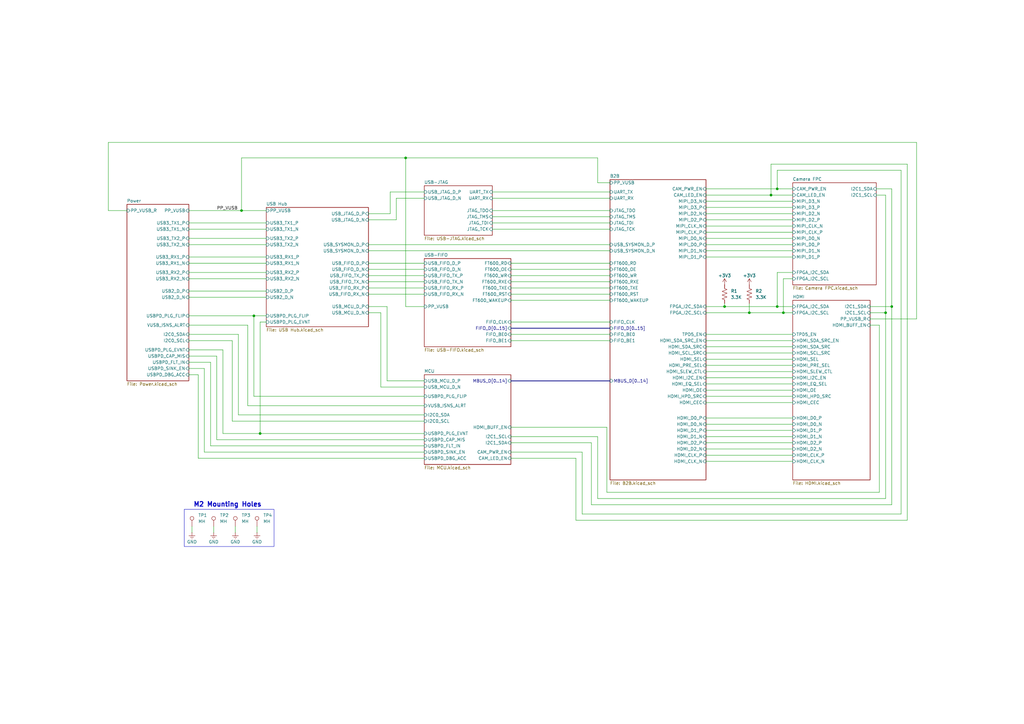
<source format=kicad_sch>
(kicad_sch (version 20231120) (generator "eeschema") (generator_version "8.0")
  (paper "A3")
  (title_block (title "Top") (date "2024-07-12") (rev "1.0") (company "Drexel University") (comment 1 "Designed by John Hofmeyr"))
  (lib_symbols
    (symbol "Connector:TestPoint" (pin_numbers hide) (pin_names (offset 0.762) hide)
      (property "Reference" "TP" (at 0 6.858 0))
      (property "Value" "TestPoint" (at 0 5.08 0))
      (symbol "TestPoint_0_1"
        (circle (center 0 3.302) (radius 0.762))
      )
      (symbol "TestPoint_1_1"
        (pin passive line (at 0 0 90) (length 2.54) (name "1") (number "1"))
      )
    )
    (symbol "Device:R_US" (pin_numbers hide) (pin_names (offset 0))
      (property "Reference" "R" (at 2.54 0 90))
      (property "Value" "R_US" (at -2.54 0 90))
      (symbol "R_US_0_1"
        (polyline (pts (xy 0 -2.286) (xy 0 -2.54)))
        (polyline (pts (xy 0 2.286) (xy 0 2.54)))
        (polyline (pts (xy 0 -0.762) (xy 1.016 -1.143) (xy 0 -1.524) (xy -1.016 -1.905) (xy 0 -2.286)))
        (polyline (pts (xy 0 0.762) (xy 1.016 0.381) (xy 0 0) (xy -1.016 -0.381) (xy 0 -0.762)))
        (polyline (pts (xy 0 2.286) (xy 1.016 1.905) (xy 0 1.524) (xy -1.016 1.143) (xy 0 0.762)))
      )
      (symbol "R_US_1_1"
        (pin passive line (at 0 3.81 270) (length 1.27) (name "~") (number "1"))
        (pin passive line (at 0 -3.81 90) (length 1.27) (name "~") (number "2"))
      )
    )
    (symbol "power:+3V3" (power) (pin_numbers hide) (pin_names (offset 0) hide)
      (property "Value" "+3V3" (at 0 3.556 0))
      (symbol "+3V3_0_1"
        (polyline (pts (xy -0.762 1.27) (xy 0 2.54)))
        (polyline (pts (xy 0 0) (xy 0 2.54)))
        (polyline (pts (xy 0 2.54) (xy 0.762 1.27)))
      )
      (symbol "+3V3_1_1"
        (pin power_in line (at 0 0 90) (length 0) (name "~") (number "1"))
      )
    )
    (symbol "power:GND" (power) (pin_numbers hide) (pin_names (offset 0) hide)
      (property "Value" "GND" (at 0 -3.81 0))
      (symbol "GND_0_1"
        (polyline (pts (xy -0.635 -1.905) (xy 0.635 -1.905)))
        (polyline (pts (xy -0.127 -2.54) (xy 0.127 -2.54)))
        (polyline (pts (xy 0 -1.27) (xy 0 0)))
        (polyline (pts (xy 1.27 -1.27) (xy -1.27 -1.27)))
      )
      (symbol "GND_1_1"
        (pin power_in line (at 0 0 270) (length 0) (name "~") (number "1"))
      )
    )
  )
  (junction (at 318.77 125.73))
  (junction (at 321.31 128.27))
  (junction (at 106.68 177.8))
  (junction (at 318.77 77.47))
  (junction (at 307.34 128.27))
  (junction (at 297.18 125.73))
  (junction (at 365.76 125.73))
  (junction (at 99.06 86.36))
  (junction (at 316.23 80.01))
  (junction (at 363.22 128.27))
  (junction (at 166.37 64.77))
  (junction (at 104.14 129.54))
  (wire (pts (xy 307.34 124.46) (xy 307.34 128.27)))
  (wire (pts (xy 209.55 107.95) (xy 250.19 107.95)))
  (wire (pts (xy 248.92 201.93) (xy 248.92 175.26)))
  (wire (pts (xy 209.55 118.11) (xy 250.19 118.11)))
  (wire (pts (xy 173.99 170.18) (xy 97.79 170.18)))
  (wire (pts (xy 297.18 125.73) (xy 318.77 125.73)))
  (wire (pts (xy 248.92 175.26) (xy 209.55 175.26)))
  (wire (pts (xy 307.34 128.27) (xy 321.31 128.27)))
  (wire (pts (xy 289.56 90.17) (xy 325.12 90.17)))
  (wire (pts (xy 77.47 91.44) (xy 109.22 91.44)))
  (wire (pts (xy 77.47 151.13) (xy 83.82 151.13)))
  (wire (pts (xy 365.76 77.47) (xy 359.41 77.47)))
  (wire (pts (xy 88.9 180.34) (xy 173.99 180.34)))
  (wire (pts (xy 289.56 80.01) (xy 316.23 80.01)))
  (wire (pts (xy 297.18 124.46) (xy 297.18 125.73)))
  (wire (pts (xy 289.56 144.78) (xy 325.12 144.78)))
  (wire (pts (xy 360.68 201.93) (xy 248.92 201.93)))
  (wire (pts (xy 289.56 97.79) (xy 325.12 97.79)))
  (wire (pts (xy 360.68 133.35) (xy 360.68 201.93)))
  (wire (pts (xy 81.28 187.96) (xy 173.99 187.96)))
  (wire (pts (xy 363.22 80.01) (xy 363.22 128.27)))
  (wire (pts (xy 289.56 125.73) (xy 297.18 125.73)))
  (wire (pts (xy 91.44 143.51) (xy 77.47 143.51)))
  (wire (pts (xy 151.13 128.27) (xy 156.21 128.27)))
  (wire (pts (xy 236.22 213.36) (xy 372.11 213.36)))
  (wire (pts (xy 77.47 107.95) (xy 109.22 107.95)))
  (wire (pts (xy 77.47 86.36) (xy 99.06 86.36)))
  (wire (pts (xy 289.56 165.1) (xy 325.12 165.1)))
  (wire (pts (xy 316.23 67.31) (xy 316.23 80.01)))
  (wire (pts (xy 97.79 137.16) (xy 77.47 137.16)))
  (wire (pts (xy 289.56 142.24) (xy 325.12 142.24)))
  (wire (pts (xy 151.13 90.17) (xy 162.56 90.17)))
  (wire (pts (xy 173.99 166.37) (xy 101.6 166.37)))
  (wire (pts (xy 289.56 181.61) (xy 325.12 181.61)))
  (wire (pts (xy 201.93 81.28) (xy 250.19 81.28)))
  (wire (pts (xy 289.56 100.33) (xy 325.12 100.33)))
  (wire (pts (xy 95.25 139.7) (xy 77.47 139.7)))
  (wire (pts (xy 289.56 186.69) (xy 325.12 186.69)))
  (wire (pts (xy 77.47 129.54) (xy 104.14 129.54)))
  (wire (pts (xy 151.13 102.87) (xy 250.19 102.87)))
  (wire (pts (xy 289.56 137.16) (xy 325.12 137.16)))
  (wire (pts (xy 201.93 88.9) (xy 250.19 88.9)))
  (wire (pts (xy 372.11 67.31) (xy 316.23 67.31)))
  (bus (pts (xy 209.55 156.21) (xy 250.19 156.21)))
  (wire (pts (xy 99.06 64.77) (xy 99.06 86.36)))
  (wire (pts (xy 151.13 107.95) (xy 173.99 107.95)))
  (wire (pts (xy 109.22 132.08) (xy 106.68 132.08)))
  (wire (pts (xy 166.37 64.77) (xy 99.06 64.77)))
  (wire (pts (xy 209.55 187.96) (xy 236.22 187.96)))
  (wire (pts (xy 289.56 162.56) (xy 325.12 162.56)))
  (wire (pts (xy 151.13 87.63) (xy 160.02 87.63)))
  (wire (pts (xy 375.92 58.42) (xy 375.92 130.81)))
  (wire (pts (xy 77.47 153.67) (xy 81.28 153.67)))
  (wire (pts (xy 101.6 133.35) (xy 77.47 133.35)))
  (wire (pts (xy 77.47 114.3) (xy 109.22 114.3)))
  (wire (pts (xy 156.21 158.75) (xy 173.99 158.75)))
  (wire (pts (xy 289.56 102.87) (xy 325.12 102.87)))
  (wire (pts (xy 325.12 111.76) (xy 318.77 111.76)))
  (wire (pts (xy 77.47 97.79) (xy 109.22 97.79)))
  (wire (pts (xy 77.47 100.33) (xy 109.22 100.33)))
  (wire (pts (xy 242.57 207.01) (xy 365.76 207.01)))
  (wire (pts (xy 96.52 215.9) (xy 96.52 218.44)))
  (wire (pts (xy 77.47 148.59) (xy 86.36 148.59)))
  (wire (pts (xy 77.47 105.41) (xy 109.22 105.41)))
  (wire (pts (xy 289.56 160.02) (xy 325.12 160.02)))
  (wire (pts (xy 289.56 173.99) (xy 325.12 173.99)))
  (wire (pts (xy 356.87 128.27) (xy 363.22 128.27)))
  (wire (pts (xy 209.55 113.03) (xy 250.19 113.03)))
  (wire (pts (xy 173.99 177.8) (xy 106.68 177.8)))
  (wire (pts (xy 375.92 58.42) (xy 44.45 58.42)))
  (wire (pts (xy 77.47 121.92) (xy 109.22 121.92)))
  (wire (pts (xy 88.9 146.05) (xy 88.9 180.34)))
  (wire (pts (xy 86.36 182.88) (xy 173.99 182.88)))
  (wire (pts (xy 289.56 154.94) (xy 325.12 154.94)))
  (wire (pts (xy 238.76 185.42) (xy 238.76 210.82)))
  (wire (pts (xy 91.44 177.8) (xy 91.44 143.51)))
  (wire (pts (xy 151.13 118.11) (xy 173.99 118.11)))
  (wire (pts (xy 106.68 132.08) (xy 106.68 177.8)))
  (wire (pts (xy 318.77 77.47) (xy 325.12 77.47)))
  (wire (pts (xy 162.56 90.17) (xy 162.56 81.28)))
  (wire (pts (xy 151.13 100.33) (xy 250.19 100.33)))
  (wire (pts (xy 289.56 82.55) (xy 325.12 82.55)))
  (bus (pts (xy 209.55 134.62) (xy 250.19 134.62)))
  (wire (pts (xy 99.06 86.36) (xy 109.22 86.36)))
  (wire (pts (xy 209.55 181.61) (xy 242.57 181.61)))
  (wire (pts (xy 201.93 78.74) (xy 250.19 78.74)))
  (wire (pts (xy 162.56 81.28) (xy 173.99 81.28)))
  (wire (pts (xy 81.28 153.67) (xy 81.28 187.96)))
  (wire (pts (xy 209.55 137.16) (xy 250.19 137.16)))
  (wire (pts (xy 104.14 129.54) (xy 109.22 129.54)))
  (wire (pts (xy 105.41 215.9) (xy 105.41 218.44)))
  (wire (pts (xy 209.55 120.65) (xy 250.19 120.65)))
  (wire (pts (xy 365.76 125.73) (xy 365.76 77.47)))
  (wire (pts (xy 201.93 91.44) (xy 250.19 91.44)))
  (wire (pts (xy 209.55 132.08) (xy 250.19 132.08)))
  (wire (pts (xy 289.56 95.25) (xy 325.12 95.25)))
  (wire (pts (xy 321.31 128.27) (xy 325.12 128.27)))
  (wire (pts (xy 91.44 177.8) (xy 106.68 177.8)))
  (wire (pts (xy 250.19 74.93) (xy 245.11 74.93)))
  (wire (pts (xy 158.75 125.73) (xy 158.75 156.21)))
  (wire (pts (xy 356.87 130.81) (xy 375.92 130.81)))
  (wire (pts (xy 160.02 87.63) (xy 160.02 78.74)))
  (wire (pts (xy 236.22 187.96) (xy 236.22 213.36)))
  (wire (pts (xy 356.87 125.73) (xy 365.76 125.73)))
  (wire (pts (xy 173.99 162.56) (xy 104.14 162.56)))
  (wire (pts (xy 95.25 172.72) (xy 95.25 139.7)))
  (wire (pts (xy 289.56 157.48) (xy 325.12 157.48)))
  (wire (pts (xy 238.76 210.82) (xy 369.57 210.82)))
  (wire (pts (xy 289.56 176.53) (xy 325.12 176.53)))
  (wire (pts (xy 369.57 210.82) (xy 369.57 69.85)))
  (wire (pts (xy 289.56 128.27) (xy 307.34 128.27)))
  (wire (pts (xy 289.56 179.07) (xy 325.12 179.07)))
  (wire (pts (xy 201.93 93.98) (xy 250.19 93.98)))
  (wire (pts (xy 318.77 125.73) (xy 325.12 125.73)))
  (wire (pts (xy 151.13 110.49) (xy 173.99 110.49)))
  (wire (pts (xy 289.56 105.41) (xy 325.12 105.41)))
  (wire (pts (xy 78.74 215.9) (xy 78.74 218.44)))
  (wire (pts (xy 87.63 215.9) (xy 87.63 218.44)))
  (wire (pts (xy 77.47 93.98) (xy 109.22 93.98)))
  (wire (pts (xy 151.13 113.03) (xy 173.99 113.03)))
  (wire (pts (xy 318.77 111.76) (xy 318.77 125.73)))
  (wire (pts (xy 289.56 85.09) (xy 325.12 85.09)))
  (wire (pts (xy 209.55 185.42) (xy 238.76 185.42)))
  (wire (pts (xy 209.55 179.07) (xy 245.11 179.07)))
  (wire (pts (xy 289.56 139.7) (xy 325.12 139.7)))
  (wire (pts (xy 369.57 69.85) (xy 318.77 69.85)))
  (wire (pts (xy 209.55 110.49) (xy 250.19 110.49)))
  (wire (pts (xy 359.41 80.01) (xy 363.22 80.01)))
  (wire (pts (xy 77.47 146.05) (xy 88.9 146.05)))
  (wire (pts (xy 101.6 166.37) (xy 101.6 133.35)))
  (wire (pts (xy 209.55 115.57) (xy 250.19 115.57)))
  (wire (pts (xy 209.55 123.19) (xy 250.19 123.19)))
  (wire (pts (xy 158.75 156.21) (xy 173.99 156.21)))
  (wire (pts (xy 363.22 204.47) (xy 245.11 204.47)))
  (wire (pts (xy 160.02 78.74) (xy 173.99 78.74)))
  (wire (pts (xy 289.56 77.47) (xy 318.77 77.47)))
  (wire (pts (xy 321.31 114.3) (xy 321.31 128.27)))
  (wire (pts (xy 365.76 207.01) (xy 365.76 125.73)))
  (wire (pts (xy 289.56 147.32) (xy 325.12 147.32)))
  (wire (pts (xy 209.55 139.7) (xy 250.19 139.7)))
  (wire (pts (xy 363.22 128.27) (xy 363.22 204.47)))
  (wire (pts (xy 289.56 184.15) (xy 325.12 184.15)))
  (wire (pts (xy 86.36 148.59) (xy 86.36 182.88)))
  (wire (pts (xy 245.11 64.77) (xy 166.37 64.77)))
  (wire (pts (xy 173.99 125.73) (xy 166.37 125.73)))
  (wire (pts (xy 44.45 86.36) (xy 52.07 86.36)))
  (wire (pts (xy 166.37 64.77) (xy 166.37 125.73)))
  (wire (pts (xy 289.56 149.86) (xy 325.12 149.86)))
  (wire (pts (xy 44.45 58.42) (xy 44.45 86.36)))
  (wire (pts (xy 289.56 92.71) (xy 325.12 92.71)))
  (wire (pts (xy 318.77 69.85) (xy 318.77 77.47)))
  (wire (pts (xy 325.12 114.3) (xy 321.31 114.3)))
  (wire (pts (xy 151.13 125.73) (xy 158.75 125.73)))
  (wire (pts (xy 83.82 151.13) (xy 83.82 185.42)))
  (wire (pts (xy 245.11 64.77) (xy 245.11 74.93)))
  (wire (pts (xy 289.56 189.23) (xy 325.12 189.23)))
  (wire (pts (xy 201.93 86.36) (xy 250.19 86.36)))
  (wire (pts (xy 83.82 185.42) (xy 173.99 185.42)))
  (wire (pts (xy 316.23 80.01) (xy 325.12 80.01)))
  (wire (pts (xy 104.14 162.56) (xy 104.14 129.54)))
  (wire (pts (xy 173.99 172.72) (xy 95.25 172.72)))
  (wire (pts (xy 289.56 171.45) (xy 325.12 171.45)))
  (wire (pts (xy 372.11 213.36) (xy 372.11 67.31)))
  (wire (pts (xy 151.13 115.57) (xy 173.99 115.57)))
  (wire (pts (xy 289.56 87.63) (xy 325.12 87.63)))
  (wire (pts (xy 77.47 119.38) (xy 109.22 119.38)))
  (wire (pts (xy 156.21 128.27) (xy 156.21 158.75)))
  (wire (pts (xy 151.13 120.65) (xy 173.99 120.65)))
  (wire (pts (xy 77.47 111.76) (xy 109.22 111.76)))
  (wire (pts (xy 245.11 204.47) (xy 245.11 179.07)))
  (wire (pts (xy 356.87 133.35) (xy 360.68 133.35)))
  (wire (pts (xy 242.57 181.61) (xy 242.57 207.01)))
  (wire (pts (xy 97.79 170.18) (xy 97.79 137.16)))
  (wire (pts (xy 289.56 152.4) (xy 325.12 152.4)))
  (rectangle (start 75.565 208.915) (end 112.395 224.155))
  (text "M2 Mounting Holes" (at 93.345 207.01 0) (effects (font (size 1.905 1.905) (thickness 0.381) (bold yes))))
  (label "PP_VUSB" (at 88.9 86.36 0))
  (symbol (lib_id "Connector:TestPoint") (at 87.63 215.9 0) (unit 1)
    (property "Reference" "TP2" (at 90.17 211.3279 0) (effects (justify left)))
    (property "Value" "MH" (at 90.17 213.8679 0) (effects (justify left)))
    (property "Footprint" "MountingHole:MountingHole_2.2mm_M2_Pad_Via" (effects (hide yes)))
    (property "Description" "test point" (effects (hide yes)))
  )
  (symbol (lib_id "power:+3V3") (at 297.18 116.84 0) (unit 1)
    (property "Reference" "#PWR01" (effects (hide yes)))
    (property "Value" "+3V3" (at 297.18 113.03 0))
    (property "Description" "Power symbol creates a global label with name \"+3V3\"" (effects (hide yes)))
  )
  (symbol (lib_id "Connector:TestPoint") (at 78.74 215.9 0) (unit 1)
    (property "Reference" "TP1" (at 81.28 211.3279 0) (effects (justify left)))
    (property "Value" "MH" (at 81.28 213.8679 0) (effects (justify left)))
    (property "Footprint" "MountingHole:MountingHole_2.2mm_M2_Pad_Via" (effects (hide yes)))
    (property "Description" "test point" (effects (hide yes)))
  )
  (symbol (lib_id "power:GND") (at 105.41 218.44 0) (unit 1)
    (property "Reference" "#PWR06" (effects (hide yes)))
    (property "Value" "GND" (at 105.41 222.25 0))
    (property "Description" "Power symbol creates a global label with name \"GND\" , ground" (effects (hide yes)))
  )
  (symbol (lib_id "Device:R_US") (at 307.34 120.65 180) (unit 1)
    (property "Reference" "R2" (at 309.88 119.3799 0) (effects (justify right)))
    (property "Value" "3.3K" (at 309.88 121.9199 0) (effects (justify right)))
    (property "Footprint" "Resistor_SMD:R_0201_0603Metric" (effects (hide yes)))
    (property "Description" "Resistor, US symbol" (effects (hide yes)))
  )
  (symbol (lib_id "power:+3V3") (at 307.34 116.84 0) (unit 1)
    (property "Reference" "#PWR02" (effects (hide yes)))
    (property "Value" "+3V3" (at 307.34 113.03 0))
    (property "Description" "Power symbol creates a global label with name \"+3V3\"" (effects (hide yes)))
  )
  (symbol (lib_id "Connector:TestPoint") (at 105.41 215.9 0) (unit 1)
    (property "Reference" "TP4" (at 107.95 211.3279 0) (effects (justify left)))
    (property "Value" "MH" (at 107.95 213.8679 0) (effects (justify left)))
    (property "Footprint" "MountingHole:MountingHole_2.2mm_M2_Pad_Via" (effects (hide yes)))
    (property "Description" "test point" (effects (hide yes)))
  )
  (symbol (lib_id "power:GND") (at 87.63 218.44 0) (unit 1)
    (property "Reference" "#PWR04" (effects (hide yes)))
    (property "Value" "GND" (at 87.63 222.25 0))
    (property "Description" "Power symbol creates a global label with name \"GND\" , ground" (effects (hide yes)))
  )
  (symbol (lib_id "Connector:TestPoint") (at 96.52 215.9 0) (unit 1)
    (property "Reference" "TP3" (at 99.06 211.3279 0) (effects (justify left)))
    (property "Value" "MH" (at 99.06 213.8679 0) (effects (justify left)))
    (property "Footprint" "MountingHole:MountingHole_2.2mm_M2_Pad_Via" (effects (hide yes)))
    (property "Description" "test point" (effects (hide yes)))
  )
  (symbol (lib_id "power:GND") (at 96.52 218.44 0) (unit 1)
    (property "Reference" "#PWR05" (effects (hide yes)))
    (property "Value" "GND" (at 96.52 222.25 0))
    (property "Description" "Power symbol creates a global label with name \"GND\" , ground" (effects (hide yes)))
  )
  (symbol (lib_id "Device:R_US") (at 297.18 120.65 180) (unit 1)
    (property "Reference" "R1" (at 299.72 119.3799 0) (effects (justify right)))
    (property "Value" "3.3K" (at 299.72 121.9199 0) (effects (justify right)))
    (property "Footprint" "Resistor_SMD:R_0201_0603Metric" (effects (hide yes)))
    (property "Description" "Resistor, US symbol" (effects (hide yes)))
  )
  (symbol (lib_id "power:GND") (at 78.74 218.44 0) (unit 1)
    (property "Reference" "#PWR03" (effects (hide yes)))
    (property "Value" "GND" (at 78.74 222.25 0))
    (property "Description" "Power symbol creates a global label with name \"GND\" , ground" (effects (hide yes)))
  )
  (sheet (at 173.99 106.045) (size 35.56 36.195) (stroke (width 0.1524))
    (property "Sheetname" "USB-FIFO" (at 173.99 105.3334 0) (effects (justify left bottom)))
    (property "Sheetfile" "USB-FIFO.kicad_sch" (at 173.99 142.8246 0) (effects (justify left top)))
    (pin "FIFO_BE0" input (at 209.55 137.16 0))
    (pin "FIFO_BE1" input (at 209.55 139.7 0))
    (pin "USB_FIFO_RX_P" input (at 173.99 118.11 180))
    (pin "USB_FIFO_RX_N" input (at 173.99 120.65 180))
    (pin "USB_FIFO_TX_P" input (at 173.99 113.03 180))
    (pin "USB_FIFO_TX_N" input (at 173.99 115.57 180))
    (pin "USB_FIFO_D_P" input (at 173.99 107.95 180))
    (pin "USB_FIFO_D_N" input (at 173.99 110.49 180))
    (pin "FT600_RD" input (at 209.55 107.95 0))
    (pin "FT600_OE" input (at 209.55 110.49 0))
    (pin "FT600_WR" input (at 209.55 113.03 0))
    (pin "FT600_RXE" input (at 209.55 115.57 0))
    (pin "FIFO_D[0..15]" input (at 209.55 134.62 0))
    (pin "FIFO_CLK" input (at 209.55 132.08 0))
    (pin "FT600_TXE" input (at 209.55 118.11 0))
    (pin "PP_VUSB" input (at 173.99 125.73 180))
    (pin "FT600_RST" input (at 209.55 120.65 0))
    (pin "FT600_WAKEUP" input (at 209.55 123.19 0))
  )
  (sheet (at 250.19 73.66) (size 39.37 123.19) (stroke (width 0.1524))
    (property "Sheetname" "B2B" (at 250.19 72.9484 0) (effects (justify left bottom)))
    (property "Sheetfile" "B2B.kicad_sch" (at 250.19 197.4346 0) (effects (justify left top)))
    (pin "HDMI_CLK_N" input (at 289.56 189.23 0))
    (pin "HDMI_D2_P" input (at 289.56 181.61 0))
    (pin "HDMI_D2_N" input (at 289.56 184.15 0))
    (pin "HDMI_D0_N" input (at 289.56 173.99 0))
    (pin "HDMI_D1_P" input (at 289.56 176.53 0))
    (pin "HDMI_D1_N" input (at 289.56 179.07 0))
    (pin "HDMI_D0_P" input (at 289.56 171.45 0))
    (pin "HDMI_CLK_P" input (at 289.56 186.69 0))
    (pin "FPGA_I2C_SCL" input (at 289.56 128.27 0))
    (pin "FPGA_I2C_SDA" input (at 289.56 125.73 0))
    (pin "HDMI_SDA_SRC" input (at 289.56 142.24 0))
    (pin "HDMI_SCL_SRC" input (at 289.56 144.78 0))
    (pin "USB_SYSMON_D_N" input (at 250.19 102.87 180))
    (pin "USB_SYSMON_D_P" input (at 250.19 100.33 180))
    (pin "FIFO_BE0" input (at 250.19 137.16 180))
    (pin "FIFO_BE1" input (at 250.19 139.7 180))
    (pin "FT600_RST" input (at 250.19 120.65 180))
    (pin "FT600_RD" input (at 250.19 107.95 180))
    (pin "FT600_TXE" input (at 250.19 118.11 180))
    (pin "FT600_WR" input (at 250.19 113.03 180))
    (pin "FT600_RXE" input (at 250.19 115.57 180))
    (pin "FT600_OE" input (at 250.19 110.49 180))
    (pin "UART_RX" input (at 250.19 81.28 180))
    (pin "JTAG_TDO" input (at 250.19 86.36 180))
    (pin "UART_TX" input (at 250.19 78.74 180))
    (pin "JTAG_TDI" input (at 250.19 91.44 180))
    (pin "JTAG_TCK" input (at 250.19 93.98 180))
    (pin "PP_VUSB" input (at 250.19 74.93 180))
    (pin "JTAG_TMS" input (at 250.19 88.9 180))
    (pin "HDMI_SEL" input (at 289.56 147.32 0))
    (pin "FT600_WAKEUP" input (at 250.19 123.19 180))
    (pin "HDMI_EQ_SEL" input (at 289.56 157.48 0))
    (pin "HDMI_PRE_SEL" input (at 289.56 149.86 0))
    (pin "HDMI_I2C_EN" input (at 289.56 154.94 0))
    (pin "HDMI_SLEW_CTL" input (at 289.56 152.4 0))
    (pin "HDMI_HPD_SRC" input (at 289.56 162.56 0))
    (pin "HDMI_OE" input (at 289.56 160.02 0))
    (pin "HDMI_CEC" input (at 289.56 165.1 0))
    (pin "FIFO_CLK" input (at 250.19 132.08 180))
    (pin "FIFO_D[0..15]" input (at 250.19 134.62 180))
    (pin "MIPI_D2_P" input (at 289.56 90.17 0))
    (pin "MIPI_D2_N" input (at 289.56 87.63 0))
    (pin "MIPI_D3_P" input (at 289.56 85.09 0))
    (pin "CAM_LED_EN" input (at 289.56 80.01 0))
    (pin "MIPI_D3_N" input (at 289.56 82.55 0))
    (pin "CAM_PWR_EN" input (at 289.56 77.47 0))
    (pin "MIPI_D1_P" input (at 289.56 105.41 0))
    (pin "MIPI_CLK_P" input (at 289.56 95.25 0))
    (pin "MIPI_D0_N" input (at 289.56 97.79 0))
    (pin "MIPI_D0_P" input (at 289.56 100.33 0))
    (pin "MIPI_CLK_N" input (at 289.56 92.71 0))
    (pin "MIPI_D1_N" input (at 289.56 102.87 0))
    (pin "MBUS_D[0..14]" input (at 250.19 156.21 180))
    (pin "HDMI_SDA_SRC_EN" input (at 289.56 139.7 0))
    (pin "TPD5_EN" input (at 289.56 137.16 0))
  )
  (sheet (at 109.22 85.09) (size 41.91 48.895) (stroke (width 0.1524))
    (property "Sheetname" "USB Hub" (at 109.22 84.3784 0) (effects (justify left bottom)))
    (property "Sheetfile" "USB Hub.kicad_sch" (at 109.22 134.5696 0) (effects (justify left top)))
    (pin "USB_JTAG_D_N" input (at 151.13 90.17 0))
    (pin "USB_MCU_D_P" input (at 151.13 125.73 0))
    (pin "USB_MCU_D_N" input (at 151.13 128.27 0))
    (pin "USB_FIFO_TX_N" input (at 151.13 115.57 0))
    (pin "USB_FIFO_TX_P" input (at 151.13 113.03 0))
    (pin "USB_FIFO_RX_N" input (at 151.13 120.65 0))
    (pin "USB_FIFO_RX_P" input (at 151.13 118.11 0))
    (pin "USB_SYSMON_D_P" input (at 151.13 100.33 0))
    (pin "USB_JTAG_D_P" input (at 151.13 87.63 0))
    (pin "USB_FIFO_D_P" input (at 151.13 107.95 0))
    (pin "USB_SYSMON_D_N" input (at 151.13 102.87 0))
    (pin "USB_FIFO_D_N" input (at 151.13 110.49 0))
    (pin "USB2_D_P" input (at 109.22 119.38 180))
    (pin "USB3_RX1_N" input (at 109.22 107.95 180))
    (pin "USB2_D_N" input (at 109.22 121.92 180))
    (pin "USB3_RX2_P" input (at 109.22 111.76 180))
    (pin "USB3_RX1_P" input (at 109.22 105.41 180))
    (pin "USB3_RX2_N" input (at 109.22 114.3 180))
    (pin "USB3_TX1_N" input (at 109.22 93.98 180))
    (pin "USB3_TX2_P" input (at 109.22 97.79 180))
    (pin "USB3_TX1_P" input (at 109.22 91.44 180))
    (pin "USB3_TX2_N" input (at 109.22 100.33 180))
    (pin "USBPD_PLG_FLIP" input (at 109.22 129.54 180))
    (pin "PP_VUSB" input (at 109.22 86.36 180))
    (pin "USBPD_PLG_EVNT" input (at 109.22 132.08 180))
  )
  (sheet (at 325.12 123.19) (size 31.75 73.66) (stroke (width 0.1524))
    (property "Sheetname" "HDMI" (at 325.12 122.4784 0) (effects (justify left bottom)))
    (property "Sheetfile" "HDMI.kicad_sch" (at 325.12 197.4346 0) (effects (justify left top)))
    (pin "I2C1_SDA" input (at 356.87 125.73 0))
    (pin "I2C1_SCL" input (at 356.87 128.27 0))
    (pin "FPGA_I2C_SDA" input (at 325.12 125.73 180))
    (pin "FPGA_I2C_SCL" input (at 325.12 128.27 180))
    (pin "HDMI_CLK_N" input (at 325.12 189.23 180))
    (pin "HDMI_CLK_P" input (at 325.12 186.69 180))
    (pin "HDMI_D1_P" input (at 325.12 176.53 180))
    (pin "HDMI_D0_N" input (at 325.12 173.99 180))
    (pin "HDMI_D1_N" input (at 325.12 179.07 180))
    (pin "HDMI_D0_P" input (at 325.12 171.45 180))
    (pin "HDMI_D2_N" input (at 325.12 184.15 180))
    (pin "HDMI_D2_P" input (at 325.12 181.61 180))
    (pin "HDMI_BUFF_EN" input (at 356.87 133.35 0))
    (pin "HDMI_SDA_SRC_EN" input (at 325.12 139.7 180))
    (pin "HDMI_SDA_SRC" input (at 325.12 142.24 180))
    (pin "HDMI_SCL_SRC" input (at 325.12 144.78 180))
    (pin "HDMI_SEL" input (at 325.12 147.32 180))
    (pin "HDMI_PRE_SEL" input (at 325.12 149.86 180))
    (pin "HDMI_SLEW_CTL" input (at 325.12 152.4 180))
    (pin "HDMI_I2C_EN" input (at 325.12 154.94 180))
    (pin "HDMI_EQ_SEL" input (at 325.12 157.48 180))
    (pin "HDMI_OE" input (at 325.12 160.02 180))
    (pin "HDMI_HPD_SRC" input (at 325.12 162.56 180))
    (pin "HDMI_CEC" input (at 325.12 165.1 180))
    (pin "TPD5_EN" input (at 325.12 137.16 180))
    (pin "PP_VUSB_R" input (at 356.87 130.81 0))
  )
  (sheet (at 325.12 74.93) (size 34.29 41.91) (stroke (width 0.1524))
    (property "Sheetname" "Camera FPC" (at 325.12 74.2184 0) (effects (justify left bottom)))
    (property "Sheetfile" "Camera FPC.kicad_sch" (at 325.12 117.4246 0) (effects (justify left top)))
    (pin "CAM_PWR_EN" input (at 325.12 77.47 180))
    (pin "CAM_LED_EN" input (at 325.12 80.01 180))
    (pin "I2C1_SDA" input (at 359.41 77.47 0))
    (pin "I2C1_SCL" input (at 359.41 80.01 0))
    (pin "FPGA_I2C_SDA" input (at 325.12 111.76 180))
    (pin "FPGA_I2C_SCL" input (at 325.12 114.3 180))
    (pin "MIPI_D3_N" input (at 325.12 82.55 180))
    (pin "MIPI_D2_P" input (at 325.12 90.17 180))
    (pin "MIPI_D2_N" input (at 325.12 87.63 180))
    (pin "MIPI_D3_P" input (at 325.12 85.09 180))
    (pin "MIPI_D0_P" input (at 325.12 100.33 180))
    (pin "MIPI_CLK_N" input (at 325.12 92.71 180))
    (pin "MIPI_D0_N" input (at 325.12 97.79 180))
    (pin "MIPI_D1_N" input (at 325.12 102.87 180))
    (pin "MIPI_D1_P" input (at 325.12 105.41 180))
    (pin "MIPI_CLK_P" input (at 325.12 95.25 180))
  )
  (sheet (at 52.07 83.82) (size 25.4 72.39) (stroke (width 0.1524))
    (property "Sheetname" "Power" (at 52.07 83.1084 0) (effects (justify left bottom)))
    (property "Sheetfile" "Power.kicad_sch" (at 52.07 156.7946 0) (effects (justify left top)))
    (pin "VUSB_ISNS_ALRT" input (at 77.47 133.35 0))
    (pin "PP_VUSB" input (at 77.47 86.36 0))
    (pin "USBPD_CAP_MIS" input (at 77.47 146.05 0))
    (pin "USBPD_FLT_IN" input (at 77.47 148.59 0))
    (pin "USBPD_SINK_EN" input (at 77.47 151.13 0))
    (pin "USBPD_DBG_ACC" input (at 77.47 153.67 0))
    (pin "USBPD_PLG_EVNT" input (at 77.47 143.51 0))
    (pin "USB3_TX1_N" input (at 77.47 93.98 0))
    (pin "USBPD_PLG_FLIP" input (at 77.47 129.54 0))
    (pin "USB3_TX2_N" input (at 77.47 100.33 0))
    (pin "USB3_TX2_P" input (at 77.47 97.79 0))
    (pin "USB3_RX1_N" input (at 77.47 107.95 0))
    (pin "USB2_D_N" input (at 77.47 121.92 0))
    (pin "I2C0_SCL" input (at 77.47 139.7 0))
    (pin "USB3_RX1_P" input (at 77.47 105.41 0))
    (pin "USB2_D_P" input (at 77.47 119.38 0))
    (pin "I2C0_SDA" input (at 77.47 137.16 0))
    (pin "USB3_RX2_P" input (at 77.47 111.76 0))
    (pin "USB3_RX2_N" input (at 77.47 114.3 0))
    (pin "USB3_TX1_P" input (at 77.47 91.44 0))
    (pin "PP_VUSB_R" input (at 52.07 86.36 180))
  )
  (sheet (at 173.99 76.2) (size 27.94 20.32) (stroke (width 0.1524))
    (property "Sheetname" "USB-JTAG" (at 173.99 75.4884 0) (effects (justify left bottom)))
    (property "Sheetfile" "USB-JTAG.kicad_sch" (at 173.99 97.1046 0) (effects (justify left top)))
    (pin "UART_TX" input (at 201.93 78.74 0))
    (pin "UART_RX" input (at 201.93 81.28 0))
    (pin "JTAG_TDO" input (at 201.93 86.36 0))
    (pin "JTAG_TMS" input (at 201.93 88.9 0))
    (pin "JTAG_TDI" input (at 201.93 91.44 0))
    (pin "JTAG_TCK" input (at 201.93 93.98 0))
    (pin "USB_JTAG_D_N" input (at 173.99 81.28 180))
    (pin "USB_JTAG_D_P" input (at 173.99 78.74 180))
  )
  (sheet (at 173.99 153.67) (size 35.56 36.83) (stroke (width 0.1524))
    (property "Sheetname" "MCU" (at 173.99 152.9584 0) (effects (justify left bottom)))
    (property "Sheetfile" "MCU.kicad_sch" (at 173.99 191.0846 0) (effects (justify left top)))
    (pin "CAM_PWR_EN" input (at 209.55 185.42 0))
    (pin "I2C1_SDA" input (at 209.55 181.61 0))
    (pin "CAM_LED_EN" input (at 209.55 187.96 0))
    (pin "I2C0_SCL" input (at 173.99 172.72 180))
    (pin "I2C1_SCL" input (at 209.55 179.07 0))
    (pin "I2C0_SDA" input (at 173.99 170.18 180))
    (pin "USB_MCU_D_P" input (at 173.99 156.21 180))
    (pin "USB_MCU_D_N" input (at 173.99 158.75 180))
    (pin "USBPD_PLG_FLIP" input (at 173.99 162.56 180))
    (pin "USBPD_PLG_EVNT" input (at 173.99 177.8 180))
    (pin "USBPD_FLT_IN" input (at 173.99 182.88 180))
    (pin "USBPD_SINK_EN" input (at 173.99 185.42 180))
    (pin "USBPD_DBG_ACC" input (at 173.99 187.96 180))
    (pin "USBPD_CAP_MIS" input (at 173.99 180.34 180))
    (pin "VUSB_ISNS_ALRT" input (at 173.99 166.37 180))
    (pin "MBUS_D[0..14]" input (at 209.55 156.21 0))
    (pin "HDMI_BUFF_EN" input (at 209.55 175.26 0))
  )
)
</source>
